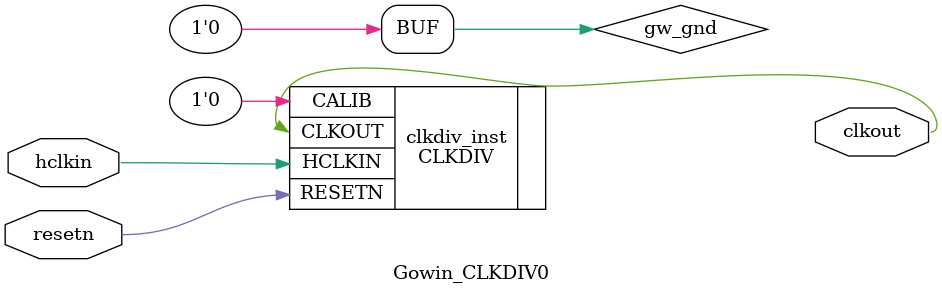
<source format=v>

module Gowin_CLKDIV0 (clkout, hclkin, resetn);

output clkout;
input hclkin;
input resetn;

wire gw_gnd;

assign gw_gnd = 1'b0;

CLKDIV clkdiv_inst (
    .CLKOUT(clkout),
    .HCLKIN(hclkin),
    .RESETN(resetn),
    .CALIB(gw_gnd)
);

defparam clkdiv_inst.DIV_MODE = "5";
defparam clkdiv_inst.GSREN = "false";

endmodule //Gowin_CLKDIV0

</source>
